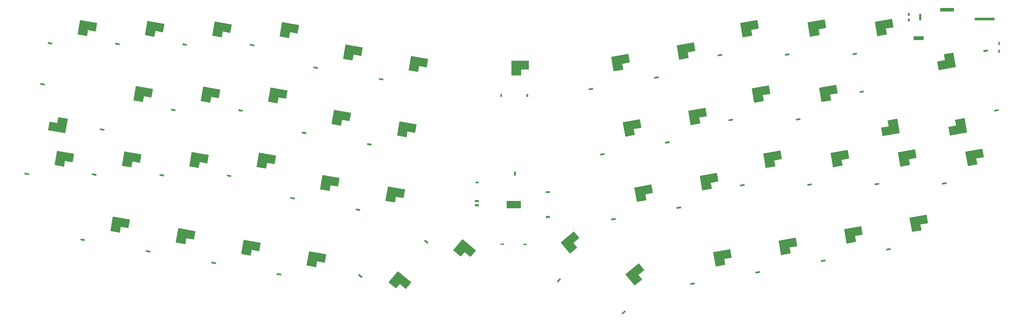
<source format=gbr>
G04 #@! TF.GenerationSoftware,KiCad,Pcbnew,(6.0.0-rc1-dev-1469-g932b9a334)*
G04 #@! TF.CreationDate,2019-10-20T15:35:16-07:00
G04 #@! TF.ProjectId,Laptreus-v2,4c617074-7265-4757-932d-76322e6b6963,rev?*
G04 #@! TF.SameCoordinates,Original*
G04 #@! TF.FileFunction,Glue,Top*
G04 #@! TF.FilePolarity,Positive*
%FSLAX46Y46*%
G04 Gerber Fmt 4.6, Leading zero omitted, Abs format (unit mm)*
G04 Created by KiCad (PCBNEW (6.0.0-rc1-dev-1469-g932b9a334)) date Sunday, October 20, 2019 at 03:35:16 PM*
%MOMM*%
%LPD*%
G04 APERTURE LIST*
%ADD10C,0.010000*%
%ADD11C,0.100000*%
%ADD12C,0.150000*%
G04 APERTURE END LIST*
D10*
G04 #@! TO.C,IC1*
G36*
X234999646Y-127298532D02*
G01*
X234999646Y-129298532D01*
X230999646Y-129298532D01*
X230999646Y-127298532D01*
X234999646Y-127298532D01*
G37*
X234999646Y-127298532D02*
X234999646Y-129298532D01*
X230999646Y-129298532D01*
X230999646Y-127298532D01*
X234999646Y-127298532D01*
D11*
G04 #@! TO.C,F1*
G36*
X350524170Y-79970103D02*
G01*
X350524170Y-80970103D01*
X347724170Y-80970103D01*
X347724170Y-79970103D01*
X350524170Y-79970103D01*
G37*
X350524170Y-79970103D02*
X350524170Y-80970103D01*
X347724170Y-80970103D01*
X347724170Y-79970103D01*
X350524170Y-79970103D01*
G04 #@! TO.C,R13*
G36*
X229224170Y-96495103D02*
G01*
X229624170Y-96495103D01*
X229624170Y-97295103D01*
X229224170Y-97295103D01*
X229224170Y-96495103D01*
G37*
X229224170Y-96495103D02*
X229624170Y-96495103D01*
X229624170Y-97295103D01*
X229224170Y-97295103D01*
X229224170Y-96495103D01*
G04 #@! TO.C,R12*
G36*
X372374170Y-84620103D02*
G01*
X371974170Y-84620103D01*
X371974170Y-83820103D01*
X372374170Y-83820103D01*
X372374170Y-84620103D01*
G37*
X372374170Y-84620103D02*
X371974170Y-84620103D01*
X371974170Y-83820103D01*
X372374170Y-83820103D01*
X372374170Y-84620103D01*
G04 #@! TO.C,R11*
G36*
X371974170Y-81570103D02*
G01*
X372374170Y-81570103D01*
X372374170Y-82370103D01*
X371974170Y-82370103D01*
X371974170Y-81570103D01*
G37*
X371974170Y-81570103D02*
X372374170Y-81570103D01*
X372374170Y-82370103D01*
X371974170Y-82370103D01*
X371974170Y-81570103D01*
G04 #@! TO.C,R10*
G36*
X235849170Y-139920103D02*
G01*
X235849170Y-139520103D01*
X236649170Y-139520103D01*
X236649170Y-139920103D01*
X235849170Y-139920103D01*
G37*
X235849170Y-139920103D02*
X235849170Y-139520103D01*
X236649170Y-139520103D01*
X236649170Y-139920103D01*
X235849170Y-139920103D01*
G04 #@! TO.C,R9*
G36*
X346499170Y-75645103D02*
G01*
X346099170Y-75645103D01*
X346099170Y-74845103D01*
X346499170Y-74845103D01*
X346499170Y-75645103D01*
G37*
X346499170Y-75645103D02*
X346099170Y-75645103D01*
X346099170Y-74845103D01*
X346499170Y-74845103D01*
X346499170Y-75645103D01*
G04 #@! TO.C,R8*
G36*
X346099170Y-73245103D02*
G01*
X346499170Y-73245103D01*
X346499170Y-74045103D01*
X346099170Y-74045103D01*
X346099170Y-73245103D01*
G37*
X346099170Y-73245103D02*
X346499170Y-73245103D01*
X346499170Y-74045103D01*
X346099170Y-74045103D01*
X346099170Y-73245103D01*
G04 #@! TO.C,R1*
G36*
X236699660Y-96494781D02*
G01*
X237099660Y-96494781D01*
X237099660Y-97294781D01*
X236699660Y-97294781D01*
X236699660Y-96494781D01*
G37*
X236699660Y-96494781D02*
X237099660Y-96494781D01*
X237099660Y-97294781D01*
X236699660Y-97294781D01*
X236699660Y-96494781D01*
G04 #@! TO.C,D1*
G36*
X368863719Y-83780997D02*
G01*
X368933178Y-84174920D01*
X367751409Y-84383297D01*
X367681950Y-83989374D01*
X368863719Y-83780997D01*
G37*
X368863719Y-83780997D02*
X368933178Y-84174920D01*
X367751409Y-84383297D01*
X367681950Y-83989374D01*
X368863719Y-83780997D01*
G04 #@! TO.C,D48*
G36*
X110075275Y-138302008D02*
G01*
X110005816Y-138695931D01*
X108824047Y-138487554D01*
X108893506Y-138093631D01*
X110075275Y-138302008D01*
G37*
X110075275Y-138302008D02*
X110005816Y-138695931D01*
X108824047Y-138487554D01*
X108893506Y-138093631D01*
X110075275Y-138302008D01*
G04 #@! TO.C,D47*
G36*
X128825274Y-141627008D02*
G01*
X128755815Y-142020931D01*
X127574046Y-141812554D01*
X127643505Y-141418631D01*
X128825274Y-141627008D01*
G37*
X128825274Y-141627008D02*
X128755815Y-142020931D01*
X127574046Y-141812554D01*
X127643505Y-141418631D01*
X128825274Y-141627008D01*
G04 #@! TO.C,D46*
G36*
X147600275Y-144927008D02*
G01*
X147530816Y-145320931D01*
X146349047Y-145112554D01*
X146418506Y-144718631D01*
X147600275Y-144927008D01*
G37*
X147600275Y-144927008D02*
X147530816Y-145320931D01*
X146349047Y-145112554D01*
X146418506Y-144718631D01*
X147600275Y-144927008D01*
G04 #@! TO.C,D45*
G36*
X166350274Y-148227008D02*
G01*
X166280815Y-148620931D01*
X165099046Y-148412554D01*
X165168505Y-148018631D01*
X166350274Y-148227008D01*
G37*
X166350274Y-148227008D02*
X166280815Y-148620931D01*
X165099046Y-148412554D01*
X165168505Y-148018631D01*
X166350274Y-148227008D01*
G04 #@! TO.C,D44*
G36*
X189637354Y-149052567D02*
G01*
X189380239Y-149358984D01*
X188460986Y-148587639D01*
X188718101Y-148281222D01*
X189637354Y-149052567D01*
G37*
X189637354Y-149052567D02*
X189380239Y-149358984D01*
X188460986Y-148587639D01*
X188718101Y-148281222D01*
X189637354Y-149052567D01*
G04 #@! TO.C,D43*
G36*
X208527143Y-139227680D02*
G01*
X208256907Y-139522591D01*
X207372175Y-138711882D01*
X207642411Y-138416971D01*
X208527143Y-139227680D01*
G37*
X208527143Y-139227680D02*
X208256907Y-139522591D01*
X207372175Y-138711882D01*
X207642411Y-138416971D01*
X208527143Y-139227680D01*
G04 #@! TO.C,D42*
G36*
X246281418Y-149517293D02*
G01*
X246551654Y-149812204D01*
X245666922Y-150622913D01*
X245396686Y-150328002D01*
X246281418Y-149517293D01*
G37*
X246281418Y-149517293D02*
X246551654Y-149812204D01*
X245666922Y-150622913D01*
X245396686Y-150328002D01*
X246281418Y-149517293D01*
G04 #@! TO.C,D41*
G36*
X264880239Y-158731222D02*
G01*
X265137354Y-159037639D01*
X264218101Y-159808984D01*
X263960986Y-159502567D01*
X264880239Y-158731222D01*
G37*
X264880239Y-158731222D02*
X265137354Y-159037639D01*
X264218101Y-159808984D01*
X263960986Y-159502567D01*
X264880239Y-158731222D01*
G04 #@! TO.C,D40*
G36*
X284780816Y-150743631D02*
G01*
X284850275Y-151137554D01*
X283668506Y-151345931D01*
X283599047Y-150952008D01*
X284780816Y-150743631D01*
G37*
X284780816Y-150743631D02*
X284850275Y-151137554D01*
X283668506Y-151345931D01*
X283599047Y-150952008D01*
X284780816Y-150743631D01*
G04 #@! TO.C,D39*
G36*
X303530815Y-147443631D02*
G01*
X303600274Y-147837554D01*
X302418505Y-148045931D01*
X302349046Y-147652008D01*
X303530815Y-147443631D01*
G37*
X303530815Y-147443631D02*
X303600274Y-147837554D01*
X302418505Y-148045931D01*
X302349046Y-147652008D01*
X303530815Y-147443631D01*
G04 #@! TO.C,D38*
G36*
X322312708Y-144139901D02*
G01*
X322382167Y-144533824D01*
X321200398Y-144742201D01*
X321130939Y-144348278D01*
X322312708Y-144139901D01*
G37*
X322312708Y-144139901D02*
X322382167Y-144533824D01*
X321200398Y-144742201D01*
X321130939Y-144348278D01*
X322312708Y-144139901D01*
G04 #@! TO.C,D37*
G36*
X341055815Y-140843631D02*
G01*
X341125274Y-141237554D01*
X339943505Y-141445931D01*
X339874046Y-141052008D01*
X341055815Y-140843631D01*
G37*
X341055815Y-140843631D02*
X341125274Y-141237554D01*
X339943505Y-141445931D01*
X339874046Y-141052008D01*
X341055815Y-140843631D01*
G04 #@! TO.C,D36*
G36*
X94043721Y-119371446D02*
G01*
X93974262Y-119765369D01*
X92792493Y-119556992D01*
X92861952Y-119163069D01*
X94043721Y-119371446D01*
G37*
X94043721Y-119371446D02*
X93974262Y-119765369D01*
X92792493Y-119556992D01*
X92861952Y-119163069D01*
X94043721Y-119371446D01*
G04 #@! TO.C,D35*
G36*
X113375273Y-119552008D02*
G01*
X113305814Y-119945931D01*
X112124045Y-119737554D01*
X112193504Y-119343631D01*
X113375273Y-119552008D01*
G37*
X113375273Y-119552008D02*
X113305814Y-119945931D01*
X112124045Y-119737554D01*
X112193504Y-119343631D01*
X113375273Y-119552008D01*
G04 #@! TO.C,D34*
G36*
X132700274Y-119727008D02*
G01*
X132630815Y-120120931D01*
X131449046Y-119912554D01*
X131518505Y-119518631D01*
X132700274Y-119727008D01*
G37*
X132700274Y-119727008D02*
X132630815Y-120120931D01*
X131449046Y-119912554D01*
X131518505Y-119518631D01*
X132700274Y-119727008D01*
G04 #@! TO.C,D33*
G36*
X152000274Y-119902008D02*
G01*
X151930815Y-120295931D01*
X150749046Y-120087554D01*
X150818505Y-119693631D01*
X152000274Y-119902008D01*
G37*
X152000274Y-119902008D02*
X151930815Y-120295931D01*
X150749046Y-120087554D01*
X150818505Y-119693631D01*
X152000274Y-119902008D01*
G04 #@! TO.C,D32*
G36*
X170200273Y-126352009D02*
G01*
X170130814Y-126745932D01*
X168949045Y-126537555D01*
X169018504Y-126143632D01*
X170200273Y-126352009D01*
G37*
X170200273Y-126352009D02*
X170130814Y-126745932D01*
X168949045Y-126537555D01*
X169018504Y-126143632D01*
X170200273Y-126352009D01*
G04 #@! TO.C,D31*
G36*
X188975275Y-129652008D02*
G01*
X188905816Y-130045931D01*
X187724047Y-129837554D01*
X187793506Y-129443631D01*
X188975275Y-129652008D01*
G37*
X188975275Y-129652008D02*
X188905816Y-130045931D01*
X187724047Y-129837554D01*
X187793506Y-129443631D01*
X188975275Y-129652008D01*
G04 #@! TO.C,D30*
G36*
X262155815Y-132168632D02*
G01*
X262225274Y-132562555D01*
X261043505Y-132770932D01*
X260974046Y-132377009D01*
X262155815Y-132168632D01*
G37*
X262155815Y-132168632D02*
X262225274Y-132562555D01*
X261043505Y-132770932D01*
X260974046Y-132377009D01*
X262155815Y-132168632D01*
G04 #@! TO.C,D29*
G36*
X280905815Y-128868632D02*
G01*
X280975274Y-129262555D01*
X279793505Y-129470932D01*
X279724046Y-129077009D01*
X280905815Y-128868632D01*
G37*
X280905815Y-128868632D02*
X280975274Y-129262555D01*
X279793505Y-129470932D01*
X279724046Y-129077009D01*
X280905815Y-128868632D01*
G04 #@! TO.C,D28*
G36*
X299130815Y-122418631D02*
G01*
X299200274Y-122812554D01*
X298018505Y-123020931D01*
X297949046Y-122627008D01*
X299130815Y-122418631D01*
G37*
X299130815Y-122418631D02*
X299200274Y-122812554D01*
X298018505Y-123020931D01*
X297949046Y-122627008D01*
X299130815Y-122418631D01*
G04 #@! TO.C,D27*
G36*
X318430815Y-122243631D02*
G01*
X318500274Y-122637554D01*
X317318505Y-122845931D01*
X317249046Y-122452008D01*
X318430815Y-122243631D01*
G37*
X318430815Y-122243631D02*
X318500274Y-122637554D01*
X317318505Y-122845931D01*
X317249046Y-122452008D01*
X318430815Y-122243631D01*
G04 #@! TO.C,D26*
G36*
X337755815Y-122068632D02*
G01*
X337825274Y-122462555D01*
X336643505Y-122670932D01*
X336574046Y-122277009D01*
X337755815Y-122068632D01*
G37*
X337755815Y-122068632D02*
X337825274Y-122462555D01*
X336643505Y-122670932D01*
X336574046Y-122277009D01*
X337755815Y-122068632D01*
G04 #@! TO.C,D25*
G36*
X357055815Y-121893631D02*
G01*
X357125274Y-122287554D01*
X355943505Y-122495931D01*
X355874046Y-122102008D01*
X357055815Y-121893631D01*
G37*
X357055815Y-121893631D02*
X357125274Y-122287554D01*
X355943505Y-122495931D01*
X355874046Y-122102008D01*
X357055815Y-121893631D01*
G04 #@! TO.C,D24*
G36*
X98555307Y-93576406D02*
G01*
X98485848Y-93970329D01*
X97304079Y-93761952D01*
X97373538Y-93368029D01*
X98555307Y-93576406D01*
G37*
X98555307Y-93576406D02*
X98485848Y-93970329D01*
X97304079Y-93761952D01*
X97373538Y-93368029D01*
X98555307Y-93576406D01*
G04 #@! TO.C,D23*
G36*
X115601119Y-106609379D02*
G01*
X115531660Y-107003302D01*
X114349891Y-106794925D01*
X114419350Y-106401002D01*
X115601119Y-106609379D01*
G37*
X115601119Y-106609379D02*
X115531660Y-107003302D01*
X114349891Y-106794925D01*
X114419350Y-106401002D01*
X115601119Y-106609379D01*
G04 #@! TO.C,D22*
G36*
X136000274Y-100977008D02*
G01*
X135930815Y-101370931D01*
X134749046Y-101162554D01*
X134818505Y-100768631D01*
X136000274Y-100977008D01*
G37*
X136000274Y-100977008D02*
X135930815Y-101370931D01*
X134749046Y-101162554D01*
X134818505Y-100768631D01*
X136000274Y-100977008D01*
G04 #@! TO.C,D21*
G36*
X155300274Y-101152009D02*
G01*
X155230815Y-101545932D01*
X154049046Y-101337555D01*
X154118505Y-100943632D01*
X155300274Y-101152009D01*
G37*
X155300274Y-101152009D02*
X155230815Y-101545932D01*
X154049046Y-101337555D01*
X154118505Y-100943632D01*
X155300274Y-101152009D01*
G04 #@! TO.C,D20*
G36*
X173525274Y-107577008D02*
G01*
X173455815Y-107970931D01*
X172274046Y-107762554D01*
X172343505Y-107368631D01*
X173525274Y-107577008D01*
G37*
X173525274Y-107577008D02*
X173455815Y-107970931D01*
X172274046Y-107762554D01*
X172343505Y-107368631D01*
X173525274Y-107577008D01*
G04 #@! TO.C,D19*
G36*
X192275275Y-110877008D02*
G01*
X192205816Y-111270931D01*
X191024047Y-111062554D01*
X191093506Y-110668631D01*
X192275275Y-110877008D01*
G37*
X192275275Y-110877008D02*
X192205816Y-111270931D01*
X191024047Y-111062554D01*
X191093506Y-110668631D01*
X192275275Y-110877008D01*
G04 #@! TO.C,D18*
G36*
X258980325Y-113518953D02*
G01*
X259049784Y-113912876D01*
X257868015Y-114121253D01*
X257798556Y-113727330D01*
X258980325Y-113518953D01*
G37*
X258980325Y-113518953D02*
X259049784Y-113912876D01*
X257868015Y-114121253D01*
X257798556Y-113727330D01*
X258980325Y-113518953D01*
G04 #@! TO.C,D17*
G36*
X277605815Y-110118632D02*
G01*
X277675274Y-110512555D01*
X276493505Y-110720932D01*
X276424046Y-110327009D01*
X277605815Y-110118632D01*
G37*
X277605815Y-110118632D02*
X277675274Y-110512555D01*
X276493505Y-110720932D01*
X276424046Y-110327009D01*
X277605815Y-110118632D01*
G04 #@! TO.C,D16*
G36*
X295830815Y-103668632D02*
G01*
X295900274Y-104062555D01*
X294718505Y-104270932D01*
X294649046Y-103877009D01*
X295830815Y-103668632D01*
G37*
X295830815Y-103668632D02*
X295900274Y-104062555D01*
X294718505Y-104270932D01*
X294649046Y-103877009D01*
X295830815Y-103668632D01*
G04 #@! TO.C,D15*
G36*
X315130816Y-103489900D02*
G01*
X315200275Y-103883823D01*
X314018506Y-104092200D01*
X313949047Y-103698277D01*
X315130816Y-103489900D01*
G37*
X315130816Y-103489900D02*
X315200275Y-103883823D01*
X314018506Y-104092200D01*
X313949047Y-103698277D01*
X315130816Y-103489900D01*
G04 #@! TO.C,D14*
G36*
X333372214Y-95573182D02*
G01*
X333441673Y-95967105D01*
X332259904Y-96175482D01*
X332190445Y-95781559D01*
X333372214Y-95573182D01*
G37*
X333372214Y-95573182D02*
X333441673Y-95967105D01*
X332259904Y-96175482D01*
X332190445Y-95781559D01*
X333372214Y-95573182D01*
G04 #@! TO.C,D13*
G36*
X371973922Y-100897362D02*
G01*
X372043381Y-101291285D01*
X370861612Y-101499662D01*
X370792153Y-101105739D01*
X371973922Y-100897362D01*
G37*
X371973922Y-100897362D02*
X372043381Y-101291285D01*
X370861612Y-101499662D01*
X370792153Y-101105739D01*
X371973922Y-100897362D01*
G04 #@! TO.C,D12*
G36*
X100674784Y-81827330D02*
G01*
X100605325Y-82221253D01*
X99423556Y-82012876D01*
X99493015Y-81618953D01*
X100674784Y-81827330D01*
G37*
X100674784Y-81827330D02*
X100605325Y-82221253D01*
X99423556Y-82012876D01*
X99493015Y-81618953D01*
X100674784Y-81827330D01*
G04 #@! TO.C,D11*
G36*
X120000274Y-82027009D02*
G01*
X119930815Y-82420932D01*
X118749046Y-82212555D01*
X118818505Y-81818632D01*
X120000274Y-82027009D01*
G37*
X120000274Y-82027009D02*
X119930815Y-82420932D01*
X118749046Y-82212555D01*
X118818505Y-81818632D01*
X120000274Y-82027009D01*
G04 #@! TO.C,D10*
G36*
X139300274Y-82202008D02*
G01*
X139230815Y-82595931D01*
X138049046Y-82387554D01*
X138118505Y-81993631D01*
X139300274Y-82202008D01*
G37*
X139300274Y-82202008D02*
X139230815Y-82595931D01*
X138049046Y-82387554D01*
X138118505Y-81993631D01*
X139300274Y-82202008D01*
G04 #@! TO.C,D9*
G36*
X158625275Y-82377008D02*
G01*
X158555816Y-82770931D01*
X157374047Y-82562554D01*
X157443506Y-82168631D01*
X158625275Y-82377008D01*
G37*
X158625275Y-82377008D02*
X158555816Y-82770931D01*
X157374047Y-82562554D01*
X157443506Y-82168631D01*
X158625275Y-82377008D01*
G04 #@! TO.C,D8*
G36*
X176825275Y-88827008D02*
G01*
X176755816Y-89220931D01*
X175574047Y-89012554D01*
X175643506Y-88618631D01*
X176825275Y-88827008D01*
G37*
X176825275Y-88827008D02*
X176755816Y-89220931D01*
X175574047Y-89012554D01*
X175643506Y-88618631D01*
X176825275Y-88827008D01*
G04 #@! TO.C,D7*
G36*
X195600274Y-92127008D02*
G01*
X195530815Y-92520931D01*
X194349046Y-92312554D01*
X194418505Y-91918631D01*
X195600274Y-92127008D01*
G37*
X195600274Y-92127008D02*
X195530815Y-92520931D01*
X194349046Y-92312554D01*
X194418505Y-91918631D01*
X195600274Y-92127008D01*
G04 #@! TO.C,D6*
G36*
X255655325Y-94768953D02*
G01*
X255724784Y-95162876D01*
X254543015Y-95371253D01*
X254473556Y-94977330D01*
X255655325Y-94768953D01*
G37*
X255655325Y-94768953D02*
X255724784Y-95162876D01*
X254543015Y-95371253D01*
X254473556Y-94977330D01*
X255655325Y-94768953D01*
G04 #@! TO.C,D5*
G36*
X274455325Y-91468953D02*
G01*
X274524784Y-91862876D01*
X273343015Y-92071253D01*
X273273556Y-91677330D01*
X274455325Y-91468953D01*
G37*
X274455325Y-91468953D02*
X274524784Y-91862876D01*
X273343015Y-92071253D01*
X273273556Y-91677330D01*
X274455325Y-91468953D01*
G04 #@! TO.C,D4*
G36*
X292655325Y-85043953D02*
G01*
X292724784Y-85437876D01*
X291543015Y-85646253D01*
X291473556Y-85252330D01*
X292655325Y-85043953D01*
G37*
X292655325Y-85043953D02*
X292724784Y-85437876D01*
X291543015Y-85646253D01*
X291473556Y-85252330D01*
X292655325Y-85043953D01*
G04 #@! TO.C,D3*
G36*
X311980325Y-84868953D02*
G01*
X312049784Y-85262876D01*
X310868015Y-85471253D01*
X310798556Y-85077330D01*
X311980325Y-84868953D01*
G37*
X311980325Y-84868953D02*
X312049784Y-85262876D01*
X310868015Y-85471253D01*
X310798556Y-85077330D01*
X311980325Y-84868953D01*
G04 #@! TO.C,D2*
G36*
X331330325Y-84693953D02*
G01*
X331399784Y-85087876D01*
X330218015Y-85296253D01*
X330148556Y-84902330D01*
X331330325Y-84693953D01*
G37*
X331330325Y-84693953D02*
X331399784Y-85087876D01*
X330218015Y-85296253D01*
X330148556Y-84902330D01*
X331330325Y-84693953D01*
G04 #@! TO.C,U6*
G36*
X349799170Y-73495103D02*
G01*
X349799170Y-75295103D01*
X349299170Y-75295103D01*
X349299170Y-73495103D01*
X349799170Y-73495103D01*
G37*
X349799170Y-73495103D02*
X349799170Y-75295103D01*
X349299170Y-75295103D01*
X349299170Y-73495103D01*
X349799170Y-73495103D01*
G04 #@! TO.C,SW2*
G36*
X336607186Y-75789820D02*
G01*
X341432744Y-74938944D01*
X341849500Y-77302483D01*
X339682923Y-77684509D01*
X339978124Y-79358682D01*
X337319143Y-79827532D01*
X336607186Y-75789820D01*
G37*
X336607186Y-75789820D02*
X341432744Y-74938944D01*
X341849500Y-77302483D01*
X339682923Y-77684509D01*
X339978124Y-79358682D01*
X337319143Y-79827532D01*
X336607186Y-75789820D01*
G04 #@! TO.C,SW8*
G36*
X184846828Y-82301367D02*
G01*
X189672386Y-83152243D01*
X189255631Y-85515781D01*
X187089053Y-85133755D01*
X186793852Y-86807928D01*
X184134871Y-86339078D01*
X184846828Y-82301367D01*
G37*
X184846828Y-82301367D02*
X189672386Y-83152243D01*
X189255631Y-85515781D01*
X187089053Y-85133755D01*
X186793852Y-86807928D01*
X184134871Y-86339078D01*
X184846828Y-82301367D01*
G04 #@! TO.C,SW3*
G36*
X317295265Y-75971055D02*
G01*
X322120823Y-75120179D01*
X322537579Y-77483718D01*
X320371002Y-77865744D01*
X320666203Y-79539917D01*
X318007222Y-80008767D01*
X317295265Y-75971055D01*
G37*
X317295265Y-75971055D02*
X322120823Y-75120179D01*
X322537579Y-77483718D01*
X320371002Y-77865744D01*
X320666203Y-79539917D01*
X318007222Y-80008767D01*
X317295265Y-75971055D01*
G04 #@! TO.C,SW20*
G36*
X181538832Y-101061953D02*
G01*
X186364390Y-101912829D01*
X185947635Y-104276367D01*
X183781057Y-103894341D01*
X183485856Y-105568514D01*
X180826875Y-105099664D01*
X181538832Y-101061953D01*
G37*
X181538832Y-101061953D02*
X186364390Y-101912829D01*
X185947635Y-104276367D01*
X183781057Y-103894341D01*
X183485856Y-105568514D01*
X180826875Y-105099664D01*
X181538832Y-101061953D01*
G04 #@! TO.C,SW31*
G36*
X196991421Y-123130540D02*
G01*
X201816979Y-123981416D01*
X201400224Y-126344954D01*
X199233646Y-125962928D01*
X198938445Y-127637101D01*
X196279464Y-127168251D01*
X196991421Y-123130540D01*
G37*
X196991421Y-123130540D02*
X201816979Y-123981416D01*
X201400224Y-126344954D01*
X199233646Y-125962928D01*
X198938445Y-127637101D01*
X196279464Y-127168251D01*
X196991421Y-123130540D01*
G04 #@! TO.C,SW32*
G36*
X178230835Y-119822544D02*
G01*
X183056393Y-120673420D01*
X182639638Y-123036958D01*
X180473060Y-122654932D01*
X180177859Y-124329105D01*
X177518878Y-123860255D01*
X178230835Y-119822544D01*
G37*
X178230835Y-119822544D02*
X183056393Y-120673420D01*
X182639638Y-123036958D01*
X180473060Y-122654932D01*
X180177859Y-124329105D01*
X177518878Y-123860255D01*
X178230835Y-119822544D01*
G04 #@! TO.C,SW34*
G36*
X140709658Y-113206548D02*
G01*
X145535216Y-114057424D01*
X145118461Y-116420962D01*
X142951883Y-116038936D01*
X142656682Y-117713109D01*
X139997701Y-117244259D01*
X140709658Y-113206548D01*
G37*
X140709658Y-113206548D02*
X145535216Y-114057424D01*
X145118461Y-116420962D01*
X142951883Y-116038936D01*
X142656682Y-117713109D01*
X139997701Y-117244259D01*
X140709658Y-113206548D01*
G04 #@! TO.C,SW42*
G36*
X246496444Y-139199506D02*
G01*
X250250062Y-136049847D01*
X251792752Y-137888353D01*
X250107454Y-139302486D01*
X251200193Y-140604762D01*
X249131873Y-142340288D01*
X246496444Y-139199506D01*
G37*
X246496444Y-139199506D02*
X250250062Y-136049847D01*
X251792752Y-137888353D01*
X250107454Y-139302486D01*
X251200193Y-140604762D01*
X249131873Y-142340288D01*
X246496444Y-139199506D01*
G04 #@! TO.C,SW47*
G36*
X136850327Y-135093900D02*
G01*
X141675885Y-135944776D01*
X141259130Y-138308314D01*
X139092552Y-137926288D01*
X138797351Y-139600461D01*
X136138370Y-139131611D01*
X136850327Y-135093900D01*
G37*
X136850327Y-135093900D02*
X141675885Y-135944776D01*
X141259130Y-138308314D01*
X139092552Y-137926288D01*
X138797351Y-139600461D01*
X136138370Y-139131611D01*
X136850327Y-135093900D01*
G04 #@! TO.C,SW6*
G36*
X261013501Y-85895047D02*
G01*
X265839059Y-85044171D01*
X266255815Y-87407710D01*
X264089238Y-87789736D01*
X264384439Y-89463909D01*
X261725458Y-89932759D01*
X261013501Y-85895047D01*
G37*
X261013501Y-85895047D02*
X265839059Y-85044171D01*
X266255815Y-87407710D01*
X264089238Y-87789736D01*
X264384439Y-89463909D01*
X261725458Y-89932759D01*
X261013501Y-85895047D01*
G04 #@! TO.C,SW9*
G36*
X166637573Y-75866605D02*
G01*
X171463131Y-76717481D01*
X171046376Y-79081019D01*
X168879798Y-78698993D01*
X168584597Y-80373166D01*
X165925616Y-79904316D01*
X166637573Y-75866605D01*
G37*
X166637573Y-75866605D02*
X171463131Y-76717481D01*
X171046376Y-79081019D01*
X168879798Y-78698993D01*
X168584597Y-80373166D01*
X165925616Y-79904316D01*
X166637573Y-75866605D01*
G04 #@! TO.C,SW7*
G36*
X203607417Y-85609365D02*
G01*
X208432975Y-86460241D01*
X208016220Y-88823779D01*
X205849642Y-88441753D01*
X205554441Y-90115926D01*
X202895460Y-89647076D01*
X203607417Y-85609365D01*
G37*
X203607417Y-85609365D02*
X208432975Y-86460241D01*
X208016220Y-88823779D01*
X205849642Y-88441753D01*
X205554441Y-90115926D01*
X202895460Y-89647076D01*
X203607417Y-85609365D01*
G04 #@! TO.C,SW19*
G36*
X200299419Y-104369953D02*
G01*
X205124977Y-105220829D01*
X204708222Y-107584367D01*
X202541644Y-107202341D01*
X202246443Y-108876514D01*
X199587462Y-108407664D01*
X200299419Y-104369953D01*
G37*
X200299419Y-104369953D02*
X205124977Y-105220829D01*
X204708222Y-107584367D01*
X202541644Y-107202341D01*
X202246443Y-108876514D01*
X199587462Y-108407664D01*
X200299419Y-104369953D01*
G04 #@! TO.C,SW12*
G36*
X108691087Y-75276808D02*
G01*
X113516645Y-76127684D01*
X113099890Y-78491222D01*
X110933312Y-78109196D01*
X110638111Y-79783369D01*
X107979130Y-79314519D01*
X108691087Y-75276808D01*
G37*
X108691087Y-75276808D02*
X113516645Y-76127684D01*
X113099890Y-78491222D01*
X110933312Y-78109196D01*
X110638111Y-79783369D01*
X107979130Y-79314519D01*
X108691087Y-75276808D01*
G04 #@! TO.C,SW5*
G36*
X279774090Y-82587048D02*
G01*
X284599648Y-81736172D01*
X285016404Y-84099711D01*
X282849827Y-84481737D01*
X283145028Y-86155910D01*
X280486047Y-86624760D01*
X279774090Y-82587048D01*
G37*
X279774090Y-82587048D02*
X284599648Y-81736172D01*
X285016404Y-84099711D01*
X282849827Y-84481737D01*
X283145028Y-86155910D01*
X280486047Y-86624760D01*
X279774090Y-82587048D01*
G04 #@! TO.C,SW10*
G36*
X147325654Y-75685371D02*
G01*
X152151212Y-76536247D01*
X151734457Y-78899785D01*
X149567879Y-78517759D01*
X149272678Y-80191932D01*
X146613697Y-79723082D01*
X147325654Y-75685371D01*
G37*
X147325654Y-75685371D02*
X152151212Y-76536247D01*
X151734457Y-78899785D01*
X149567879Y-78517759D01*
X149272678Y-80191932D01*
X146613697Y-79723082D01*
X147325654Y-75685371D01*
G04 #@! TO.C,SW13*
G36*
X362967450Y-107519453D02*
G01*
X358141892Y-108370329D01*
X357725136Y-106006790D01*
X359891713Y-105624764D01*
X359596512Y-103950591D01*
X362255493Y-103481741D01*
X362967450Y-107519453D01*
G37*
X362967450Y-107519453D02*
X358141892Y-108370329D01*
X357725136Y-106006790D01*
X359891713Y-105624764D01*
X359596512Y-103950591D01*
X362255493Y-103481741D01*
X362967450Y-107519453D01*
G04 #@! TO.C,SW16*
G36*
X301291342Y-94912874D02*
G01*
X306116900Y-94061998D01*
X306533656Y-96425537D01*
X304367079Y-96807563D01*
X304662280Y-98481736D01*
X302003299Y-98950586D01*
X301291342Y-94912874D01*
G37*
X301291342Y-94912874D02*
X306116900Y-94061998D01*
X306533656Y-96425537D01*
X304367079Y-96807563D01*
X304662280Y-98481736D01*
X302003299Y-98950586D01*
X301291342Y-94912874D01*
G04 #@! TO.C,SW17*
G36*
X283082086Y-101347636D02*
G01*
X287907644Y-100496760D01*
X288324400Y-102860299D01*
X286157823Y-103242325D01*
X286453024Y-104916498D01*
X283794043Y-105385348D01*
X283082086Y-101347636D01*
G37*
X283082086Y-101347636D02*
X287907644Y-100496760D01*
X288324400Y-102860299D01*
X286157823Y-103242325D01*
X286453024Y-104916498D01*
X283794043Y-105385348D01*
X283082086Y-101347636D01*
G04 #@! TO.C,SW21*
G36*
X163329576Y-94627192D02*
G01*
X168155134Y-95478068D01*
X167738379Y-97841606D01*
X165571801Y-97459580D01*
X165276600Y-99133753D01*
X162617619Y-98664903D01*
X163329576Y-94627192D01*
G37*
X163329576Y-94627192D02*
X168155134Y-95478068D01*
X167738379Y-97841606D01*
X165571801Y-97459580D01*
X165276600Y-99133753D01*
X162617619Y-98664903D01*
X163329576Y-94627192D01*
G04 #@! TO.C,SW18*
G36*
X264321499Y-104655636D02*
G01*
X269147057Y-103804760D01*
X269563813Y-106168299D01*
X267397236Y-106550325D01*
X267692437Y-108224498D01*
X265033456Y-108693348D01*
X264321499Y-104655636D01*
G37*
X264321499Y-104655636D02*
X269147057Y-103804760D01*
X269563813Y-106168299D01*
X267397236Y-106550325D01*
X267692437Y-108224498D01*
X265033456Y-108693348D01*
X264321499Y-104655636D01*
G04 #@! TO.C,SW22*
G36*
X144017658Y-94445957D02*
G01*
X148843216Y-95296833D01*
X148426461Y-97660371D01*
X146259883Y-97278345D01*
X145964682Y-98952518D01*
X143305701Y-98483668D01*
X144017658Y-94445957D01*
G37*
X144017658Y-94445957D02*
X148843216Y-95296833D01*
X148426461Y-97660371D01*
X146259883Y-97278345D01*
X145964682Y-98952518D01*
X143305701Y-98483668D01*
X144017658Y-94445957D01*
G04 #@! TO.C,SW29*
G36*
X286390086Y-120108224D02*
G01*
X291215644Y-119257348D01*
X291632400Y-121620887D01*
X289465823Y-122002913D01*
X289761024Y-123677086D01*
X287102043Y-124145936D01*
X286390086Y-120108224D01*
G37*
X286390086Y-120108224D02*
X291215644Y-119257348D01*
X291632400Y-121620887D01*
X289465823Y-122002913D01*
X289761024Y-123677086D01*
X287102043Y-124145936D01*
X286390086Y-120108224D01*
G04 #@! TO.C,SW33*
G36*
X160021577Y-113387781D02*
G01*
X164847135Y-114238657D01*
X164430380Y-116602195D01*
X162263802Y-116220169D01*
X161968601Y-117894342D01*
X159309620Y-117425492D01*
X160021577Y-113387781D01*
G37*
X160021577Y-113387781D02*
X164847135Y-114238657D01*
X164430380Y-116602195D01*
X162263802Y-116220169D01*
X161968601Y-117894342D01*
X159309620Y-117425492D01*
X160021577Y-113387781D01*
G04 #@! TO.C,SW37*
G36*
X346531178Y-132071584D02*
G01*
X351356736Y-131220708D01*
X351773492Y-133584247D01*
X349606915Y-133966273D01*
X349902116Y-135640446D01*
X347243135Y-136109296D01*
X346531178Y-132071584D01*
G37*
X346531178Y-132071584D02*
X351356736Y-131220708D01*
X351773492Y-133584247D01*
X349606915Y-133966273D01*
X349902116Y-135640446D01*
X347243135Y-136109296D01*
X346531178Y-132071584D01*
G04 #@! TO.C,SW39*
G36*
X309010005Y-138687578D02*
G01*
X313835563Y-137836702D01*
X314252319Y-140200241D01*
X312085742Y-140582267D01*
X312380943Y-142256440D01*
X309721962Y-142725290D01*
X309010005Y-138687578D01*
G37*
X309010005Y-138687578D02*
X313835563Y-137836702D01*
X314252319Y-140200241D01*
X312085742Y-140582267D01*
X312380943Y-142256440D01*
X309721962Y-142725290D01*
X309010005Y-138687578D01*
G04 #@! TO.C,SW46*
G36*
X155610916Y-138401897D02*
G01*
X160436474Y-139252773D01*
X160019719Y-141616311D01*
X157853141Y-141234285D01*
X157557940Y-142908458D01*
X154898959Y-142439608D01*
X155610916Y-138401897D01*
G37*
X155610916Y-138401897D02*
X160436474Y-139252773D01*
X160019719Y-141616311D01*
X157853141Y-141234285D01*
X157557940Y-142908458D01*
X154898959Y-142439608D01*
X155610916Y-138401897D01*
G04 #@! TO.C,SW41*
G36*
X265092680Y-148374712D02*
G01*
X268846298Y-145225053D01*
X270388988Y-147063559D01*
X268703690Y-148477692D01*
X269796429Y-149779968D01*
X267728109Y-151515494D01*
X265092680Y-148374712D01*
G37*
X265092680Y-148374712D02*
X268846298Y-145225053D01*
X270388988Y-147063559D01*
X268703690Y-148477692D01*
X269796429Y-149779968D01*
X267728109Y-151515494D01*
X265092680Y-148374712D01*
G04 #@! TO.C,SW26*
G36*
X343223181Y-113310996D02*
G01*
X348048739Y-112460120D01*
X348465495Y-114823659D01*
X346298918Y-115205685D01*
X346594119Y-116879858D01*
X343935138Y-117348708D01*
X343223181Y-113310996D01*
G37*
X343223181Y-113310996D02*
X348048739Y-112460120D01*
X348465495Y-114823659D01*
X346298918Y-115205685D01*
X346594119Y-116879858D01*
X343935138Y-117348708D01*
X343223181Y-113310996D01*
G04 #@! TO.C,SW27*
G36*
X323911261Y-113492228D02*
G01*
X328736819Y-112641352D01*
X329153575Y-115004891D01*
X326986998Y-115386917D01*
X327282199Y-117061090D01*
X324623218Y-117529940D01*
X323911261Y-113492228D01*
G37*
X323911261Y-113492228D02*
X328736819Y-112641352D01*
X329153575Y-115004891D01*
X326986998Y-115386917D01*
X327282199Y-117061090D01*
X324623218Y-117529940D01*
X323911261Y-113492228D01*
G04 #@! TO.C,SW28*
G36*
X304599341Y-113673461D02*
G01*
X309424899Y-112822585D01*
X309841655Y-115186124D01*
X307675078Y-115568150D01*
X307970279Y-117242323D01*
X305311298Y-117711173D01*
X304599341Y-113673461D01*
G37*
X304599341Y-113673461D02*
X309424899Y-112822585D01*
X309841655Y-115186124D01*
X307675078Y-115568150D01*
X307970279Y-117242323D01*
X305311298Y-117711173D01*
X304599341Y-113673461D01*
G04 #@! TO.C,SW30*
G36*
X267629496Y-123416221D02*
G01*
X272455054Y-122565345D01*
X272871810Y-124928884D01*
X270705233Y-125310910D01*
X271000434Y-126985083D01*
X268341453Y-127453933D01*
X267629496Y-123416221D01*
G37*
X267629496Y-123416221D02*
X272455054Y-122565345D01*
X272871810Y-124928884D01*
X270705233Y-125310910D01*
X271000434Y-126985083D01*
X268341453Y-127453933D01*
X267629496Y-123416221D01*
G04 #@! TO.C,SW38*
G36*
X327770592Y-135379581D02*
G01*
X332596150Y-134528705D01*
X333012906Y-136892244D01*
X330846329Y-137274270D01*
X331141530Y-138948443D01*
X328482549Y-139417293D01*
X327770592Y-135379581D01*
G37*
X327770592Y-135379581D02*
X332596150Y-134528705D01*
X333012906Y-136892244D01*
X330846329Y-137274270D01*
X331141530Y-138948443D01*
X328482549Y-139417293D01*
X327770592Y-135379581D01*
G04 #@! TO.C,SW45*
G36*
X174371501Y-141709896D02*
G01*
X179197059Y-142560772D01*
X178780304Y-144924310D01*
X176613726Y-144542284D01*
X176318525Y-146216457D01*
X173659544Y-145747607D01*
X174371501Y-141709896D01*
G37*
X174371501Y-141709896D02*
X179197059Y-142560772D01*
X178780304Y-144924310D01*
X176613726Y-144542284D01*
X176318525Y-146216457D01*
X173659544Y-145747607D01*
X174371501Y-141709896D01*
G04 #@! TO.C,SW43*
G36*
X218378485Y-138298944D02*
G01*
X222132102Y-141448604D01*
X220589412Y-143287110D01*
X218904114Y-141872978D01*
X217811375Y-143175253D01*
X215743055Y-141439727D01*
X218378485Y-138298944D01*
G37*
X218378485Y-138298944D02*
X222132102Y-141448604D01*
X220589412Y-143287110D01*
X218904114Y-141872978D01*
X217811375Y-143175253D01*
X215743055Y-141439727D01*
X218378485Y-138298944D01*
G04 #@! TO.C,SW35*
G36*
X121397739Y-113025315D02*
G01*
X126223297Y-113876191D01*
X125806542Y-116239729D01*
X123639964Y-115857703D01*
X123344763Y-117531876D01*
X120685782Y-117063026D01*
X121397739Y-113025315D01*
G37*
X121397739Y-113025315D02*
X126223297Y-113876191D01*
X125806542Y-116239729D01*
X123639964Y-115857703D01*
X123344763Y-117531876D01*
X120685782Y-117063026D01*
X121397739Y-113025315D01*
G04 #@! TO.C,SW48*
G36*
X118089739Y-131785901D02*
G01*
X122915297Y-132636777D01*
X122498542Y-135000315D01*
X120331964Y-134618289D01*
X120036763Y-136292462D01*
X117377782Y-135823612D01*
X118089739Y-131785901D01*
G37*
X118089739Y-131785901D02*
X122915297Y-132636777D01*
X122498542Y-135000315D01*
X120331964Y-134618289D01*
X120036763Y-136292462D01*
X117377782Y-135823612D01*
X118089739Y-131785901D01*
G04 #@! TO.C,SW11*
G36*
X128013733Y-75504140D02*
G01*
X132839291Y-76355016D01*
X132422536Y-78718554D01*
X130255958Y-78336528D01*
X129960757Y-80010701D01*
X127301776Y-79541851D01*
X128013733Y-75504140D01*
G37*
X128013733Y-75504140D02*
X132839291Y-76355016D01*
X132422536Y-78718554D01*
X130255958Y-78336528D01*
X129960757Y-80010701D01*
X127301776Y-79541851D01*
X128013733Y-75504140D01*
G04 #@! TO.C,SW4*
G36*
X297983343Y-76152286D02*
G01*
X302808901Y-75301410D01*
X303225657Y-77664949D01*
X301059080Y-78046975D01*
X301354281Y-79721148D01*
X298695300Y-80189998D01*
X297983343Y-76152286D01*
G37*
X297983343Y-76152286D02*
X302808901Y-75301410D01*
X303225657Y-77664949D01*
X301059080Y-78046975D01*
X301354281Y-79721148D01*
X298695300Y-80189998D01*
X297983343Y-76152286D01*
G04 #@! TO.C,SW15*
G36*
X320603263Y-94731639D02*
G01*
X325428821Y-93880763D01*
X325845577Y-96244302D01*
X323679000Y-96626328D01*
X323974201Y-98300501D01*
X321315220Y-98769351D01*
X320603263Y-94731639D01*
G37*
X320603263Y-94731639D02*
X325428821Y-93880763D01*
X325845577Y-96244302D01*
X323679000Y-96626328D01*
X323974201Y-98300501D01*
X321315220Y-98769351D01*
X320603263Y-94731639D01*
G04 #@! TO.C,SW40*
G36*
X290249417Y-141995576D02*
G01*
X295074975Y-141144700D01*
X295491731Y-143508239D01*
X293325154Y-143890265D01*
X293620355Y-145564438D01*
X290961374Y-146033288D01*
X290249417Y-141995576D01*
G37*
X290249417Y-141995576D02*
X295074975Y-141144700D01*
X295491731Y-143508239D01*
X293325154Y-143890265D01*
X293620355Y-145564438D01*
X290961374Y-146033288D01*
X290249417Y-141995576D01*
G04 #@! TO.C,SW44*
G36*
X199834585Y-147472791D02*
G01*
X203588202Y-150622451D01*
X202045512Y-152460957D01*
X200360214Y-151046825D01*
X199267475Y-152349100D01*
X197199155Y-150613574D01*
X199834585Y-147472791D01*
G37*
X199834585Y-147472791D02*
X203588202Y-150622451D01*
X202045512Y-152460957D01*
X200360214Y-151046825D01*
X199267475Y-152349100D01*
X197199155Y-150613574D01*
X199834585Y-147472791D01*
G04 #@! TO.C,SW1*
G36*
X359759450Y-88708866D02*
G01*
X354933892Y-89559742D01*
X354517136Y-87196203D01*
X356683713Y-86814177D01*
X356388512Y-85140004D01*
X359047493Y-84671154D01*
X359759450Y-88708866D01*
G37*
X359759450Y-88708866D02*
X354933892Y-89559742D01*
X354517136Y-87196203D01*
X356683713Y-86814177D01*
X356388512Y-85140004D01*
X359047493Y-84671154D01*
X359759450Y-88708866D01*
G04 #@! TO.C,SW_RESET2*
G36*
X232399645Y-86995051D02*
G01*
X237299645Y-86995051D01*
X237299645Y-89395051D01*
X235099645Y-89395051D01*
X235099645Y-91095051D01*
X232399645Y-91095051D01*
X232399645Y-86995051D01*
G37*
X232399645Y-86995051D02*
X237299645Y-86995051D01*
X237299645Y-89395051D01*
X235099645Y-89395051D01*
X235099645Y-91095051D01*
X232399645Y-91095051D01*
X232399645Y-86995051D01*
G04 #@! TO.C,SW25*
G36*
X362535105Y-113129763D02*
G01*
X367360663Y-112278887D01*
X367777419Y-114642426D01*
X365610842Y-115024452D01*
X365906043Y-116698625D01*
X363247062Y-117167475D01*
X362535105Y-113129763D01*
G37*
X362535105Y-113129763D02*
X367360663Y-112278887D01*
X367777419Y-114642426D01*
X365610842Y-115024452D01*
X365906043Y-116698625D01*
X363247062Y-117167475D01*
X362535105Y-113129763D01*
G04 #@! TO.C,SW14*
G36*
X343655528Y-107700685D02*
G01*
X338829970Y-108551561D01*
X338413214Y-106188022D01*
X340579791Y-105805996D01*
X340284590Y-104131823D01*
X342943571Y-103662973D01*
X343655528Y-107700685D01*
G37*
X343655528Y-107700685D02*
X338829970Y-108551561D01*
X338413214Y-106188022D01*
X340579791Y-105805996D01*
X340284590Y-104131823D01*
X342943571Y-103662973D01*
X343655528Y-107700685D01*
G04 #@! TO.C,SW23*
G36*
X124705736Y-94264727D02*
G01*
X129531294Y-95115603D01*
X129114539Y-97479141D01*
X126947961Y-97097115D01*
X126652760Y-98771288D01*
X123993779Y-98302438D01*
X124705736Y-94264727D01*
G37*
X124705736Y-94264727D02*
X129531294Y-95115603D01*
X129114539Y-97479141D01*
X126947961Y-97097115D01*
X126652760Y-98771288D01*
X123993779Y-98302438D01*
X124705736Y-94264727D01*
G04 #@! TO.C,SW24*
G36*
X104410929Y-107719985D02*
G01*
X99585371Y-106869109D01*
X100002126Y-104505571D01*
X102168704Y-104887597D01*
X102463905Y-103213424D01*
X105122886Y-103682274D01*
X104410929Y-107719985D01*
G37*
X104410929Y-107719985D02*
X99585371Y-106869109D01*
X100002126Y-104505571D01*
X102168704Y-104887597D01*
X102463905Y-103213424D01*
X105122886Y-103682274D01*
X104410929Y-107719985D01*
G04 #@! TO.C,SW36*
G36*
X102085818Y-112844082D02*
G01*
X106911376Y-113694958D01*
X106494621Y-116058496D01*
X104328043Y-115676470D01*
X104032842Y-117350643D01*
X101373861Y-116881793D01*
X102085818Y-112844082D01*
G37*
X102085818Y-112844082D02*
X106911376Y-113694958D01*
X106494621Y-116058496D01*
X104328043Y-115676470D01*
X104032842Y-117350643D01*
X101373861Y-116881793D01*
X102085818Y-112844082D01*
G04 #@! TO.C,J2*
G36*
X370824170Y-75295103D02*
G01*
X365224170Y-75295103D01*
X365224170Y-74595103D01*
X370824170Y-74595103D01*
X370824170Y-75295103D01*
G37*
X370824170Y-75295103D02*
X365224170Y-75295103D01*
X365224170Y-74595103D01*
X370824170Y-74595103D01*
X370824170Y-75295103D01*
G04 #@! TO.C,C5*
G36*
X222099561Y-121794881D02*
G01*
X222099561Y-122194681D01*
X223099761Y-122194681D01*
X223099761Y-121794881D01*
X222099561Y-121794881D01*
G37*
G04 #@! TO.C,J1*
G36*
X359299645Y-72795053D02*
G01*
X355299645Y-72795053D01*
X355299645Y-71795053D01*
X359299645Y-71795053D01*
X359299645Y-72795053D01*
G37*
G04 #@! TO.C,C2*
G36*
X229274560Y-139519881D02*
G01*
X229274560Y-139919681D01*
X230274760Y-139919681D01*
X230274760Y-139519881D01*
X229274560Y-139519881D01*
G37*
D12*
G04 #@! TO.C,C3*
G36*
X242324560Y-124519881D02*
G01*
X242324560Y-124919681D01*
X243324760Y-124919681D01*
X243324760Y-124519881D01*
X242324560Y-124519881D01*
G37*
X242324560Y-124519881D02*
X242324560Y-124919681D01*
X243324760Y-124919681D01*
X243324760Y-124519881D01*
X242324560Y-124519881D01*
G04 #@! TO.C,C4*
G36*
X243349760Y-132094681D02*
G01*
X243349760Y-131694881D01*
X242349560Y-131694881D01*
X242349560Y-132094681D01*
X243349760Y-132094681D01*
G37*
X243349760Y-132094681D02*
X243349760Y-131694881D01*
X242349560Y-131694881D01*
X242349560Y-132094681D01*
X243349760Y-132094681D01*
G04 #@! TO.C,C7*
G36*
X233199745Y-119895152D02*
G01*
X233599545Y-119895152D01*
X233599545Y-118894952D01*
X233199745Y-118894952D01*
X233199745Y-119895152D01*
G37*
X233199745Y-119895152D02*
X233599545Y-119895152D01*
X233599545Y-118894952D01*
X233199745Y-118894952D01*
X233199745Y-119895152D01*
G04 #@! TO.C,Y1*
G36*
X221999645Y-127520052D02*
G01*
X221999645Y-127120052D01*
X222999645Y-127120052D01*
X222999645Y-127520052D01*
X221999645Y-127520052D01*
G37*
X221999645Y-127520052D02*
X221999645Y-127120052D01*
X222999645Y-127120052D01*
X222999645Y-127520052D01*
X221999645Y-127520052D01*
G36*
X221999645Y-128720052D02*
G01*
X221999645Y-128320052D01*
X222999645Y-128320052D01*
X222999645Y-128720052D01*
X221999645Y-128720052D01*
G37*
X221999645Y-128720052D02*
X221999645Y-128320052D01*
X222999645Y-128320052D01*
X222999645Y-128720052D01*
X221999645Y-128720052D01*
G04 #@! TD*
M02*

</source>
